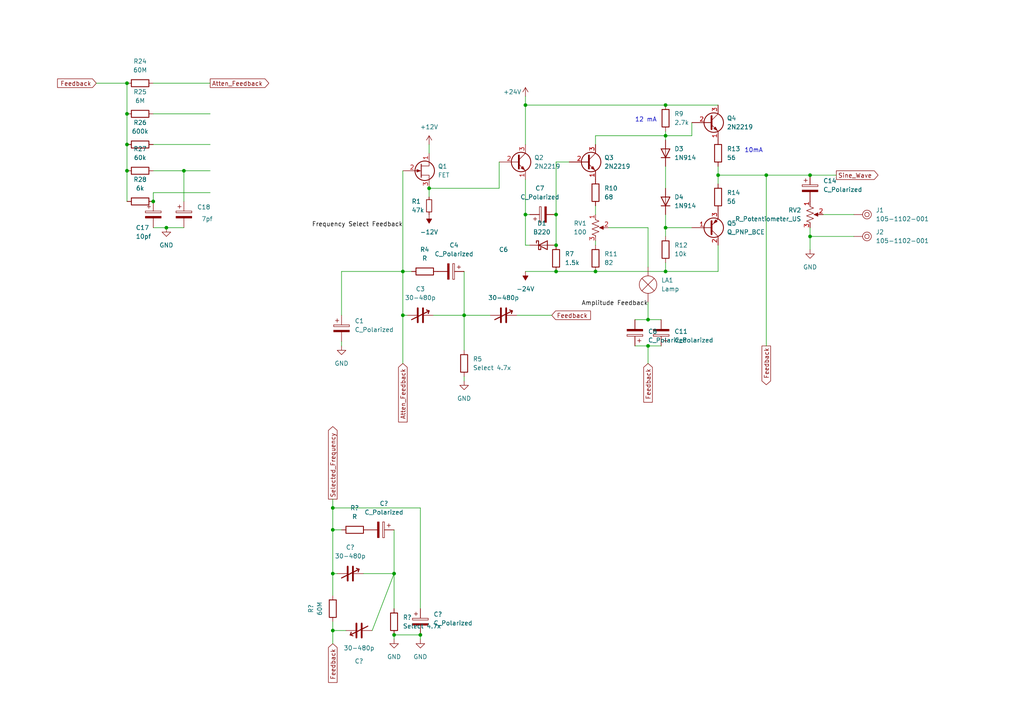
<source format=kicad_sch>
(kicad_sch (version 20230121) (generator eeschema)
  (paper "A4")
  (lib_symbols
    (symbol "Device:C_Polarized" (pin_numbers hide) (pin_names (offset 0.254))
      (property "Reference" "C" (at 0.635 2.54 0))
      (property "Value" "C_Polarized" (at 0.635 -2.54 0))
      (symbol "C_Polarized_0_1"
        (rectangle (start -2.286 0.508) (end 2.286 1.016))
        (polyline (pts (xy -1.778 2.286) (xy -0.762 2.286)))
        (polyline (pts (xy -1.27 2.794) (xy -1.27 1.778)))
        (rectangle (start 2.286 -0.508) (end -2.286 -1.016) (fill (type outline)))
      )
      (symbol "C_Polarized_1_1"
        (pin passive line (at 0 3.81 270) (length 2.794) (name "~") (number "1"))
        (pin passive line (at 0 -3.81 90) (length 2.794) (name "~") (number "2"))
      )
    )
    (symbol "Device:C_Variable" (pin_numbers hide) (pin_names (offset 0.254) hide)
      (property "Reference" "C" (at 0.635 -1.905 0))
      (property "Value" "C_Variable" (at 0.635 -3.81 0))
      (symbol "C_Variable_0_1"
        (polyline (pts (xy -2.032 -0.762) (xy 2.032 -0.762)) (stroke (width 0.508)))
        (polyline (pts (xy -2.032 0.762) (xy 2.032 0.762)) (stroke (width 0.508)))
        (polyline (pts (xy 1.27 2.54) (xy -1.27 -2.54)) (stroke (width 0.3048)))
        (polyline (pts (xy 1.27 2.54) (xy 0.508 2.286)) (stroke (width 0.3048)))
        (polyline (pts (xy 1.27 2.54) (xy 1.524 1.778)) (stroke (width 0.3048)))
      )
      (symbol "C_Variable_1_1"
        (pin passive line (at 0 3.81 270) (length 3.048) (name "~") (number "1"))
        (pin passive line (at 0 -3.81 90) (length 3.048) (name "~") (number "2"))
      )
    )
    (symbol "Device:Lamp" (pin_numbers hide) (pin_names (offset 0.0254) hide)
      (property "Reference" "LA" (at 0.635 3.81 0))
      (property "Value" "Lamp" (at 0.635 -3.81 0))
      (symbol "Lamp_0_1"
        (polyline (pts (xy -1.778 1.778) (xy 1.778 -1.778)))
        (polyline (pts (xy 1.778 1.778) (xy -1.778 -1.778)))
        (circle (center 0 0) (radius 2.54))
      )
      (symbol "Lamp_1_1"
        (pin passive line (at 0 -5.08 90) (length 2.54) (name "-") (number "1"))
        (pin passive line (at 0 5.08 270) (length 2.54) (name "+") (number "2"))
      )
    )
    (symbol "Device:Q_NJFET_DGS" (pin_names (offset 0) hide)
      (property "Reference" "Q" (at 5.08 1.27 0))
      (property "Value" "Q_NJFET_DGS" (at 5.08 -1.27 0))
      (symbol "Q_NJFET_DGS_0_1"
        (polyline (pts (xy 0.254 1.905) (xy 0.254 -1.905) (xy 0.254 -1.905)) (stroke (width 0.254)))
        (polyline (pts (xy 2.54 -2.54) (xy 2.54 -1.27) (xy 0.254 -1.27)))
        (polyline (pts (xy 2.54 2.54) (xy 2.54 1.397) (xy 0.254 1.397)))
        (polyline (pts (xy 0 0) (xy -1.016 0.381) (xy -1.016 -0.381) (xy 0 0)) (fill (type outline)))
        (circle (center 1.27 0) (radius 2.8194) (stroke (width 0.254)))
      )
      (symbol "Q_NJFET_DGS_1_1"
        (pin passive line (at 2.54 5.08 270) (length 2.54) (name "D") (number "1"))
        (pin input line (at -5.08 0 0) (length 5.334) (name "G") (number "2"))
        (pin passive line (at 2.54 -5.08 90) (length 2.54) (name "S") (number "3"))
      )
    )
    (symbol "Device:Q_PNP_BCE" (pin_names (offset 0) hide)
      (property "Reference" "Q" (at 5.08 1.27 0))
      (property "Value" "Q_PNP_BCE" (at 5.08 -1.27 0))
      (symbol "Q_PNP_BCE_0_1"
        (polyline (pts (xy 0.635 0.635) (xy 2.54 2.54)))
        (polyline (pts (xy 0.635 -0.635) (xy 2.54 -2.54) (xy 2.54 -2.54)))
        (polyline (pts (xy 0.635 1.905) (xy 0.635 -1.905) (xy 0.635 -1.905)) (stroke (width 0.508)))
        (polyline (pts (xy 2.286 -1.778) (xy 1.778 -2.286) (xy 1.27 -1.27) (xy 2.286 -1.778) (xy 2.286 -1.778)) (fill (type outline)))
        (circle (center 1.27 0) (radius 2.8194) (stroke (width 0.254)))
      )
      (symbol "Q_PNP_BCE_1_1"
        (pin input line (at -5.08 0 0) (length 5.715) (name "B") (number "1"))
        (pin passive line (at 2.54 5.08 270) (length 2.54) (name "C") (number "2"))
        (pin passive line (at 2.54 -5.08 90) (length 2.54) (name "E") (number "3"))
      )
    )
    (symbol "Device:R" (pin_numbers hide) (pin_names (offset 0))
      (property "Reference" "R" (at 2.032 0 90))
      (property "Value" "R" (at 0 0 90))
      (symbol "R_0_1"
        (rectangle (start -1.016 -2.54) (end 1.016 2.54) (stroke (width 0.254)))
      )
      (symbol "R_1_1"
        (pin passive line (at 0 3.81 270) (length 1.27) (name "~") (number "1"))
        (pin passive line (at 0 -3.81 90) (length 1.27) (name "~") (number "2"))
      )
    )
    (symbol "Device:R_Potentiometer_US" (pin_names (offset 1.016) hide)
      (property "Reference" "RV" (at -4.445 0 90))
      (property "Value" "R_Potentiometer_US" (at -2.54 0 90))
      (symbol "R_Potentiometer_US_0_1"
        (polyline (pts (xy 0 -2.286) (xy 0 -2.54)))
        (polyline (pts (xy 0 2.54) (xy 0 2.286)))
        (polyline (pts (xy 2.54 0) (xy 1.524 0)))
        (polyline (pts (xy 1.143 0) (xy 2.286 0.508) (xy 2.286 -0.508) (xy 1.143 0)) (fill (type outline)))
        (polyline (pts (xy 0 -0.762) (xy 1.016 -1.143) (xy 0 -1.524) (xy -1.016 -1.905) (xy 0 -2.286)))
        (polyline (pts (xy 0 0.762) (xy 1.016 0.381) (xy 0 0) (xy -1.016 -0.381) (xy 0 -0.762)))
        (polyline (pts (xy 0 2.286) (xy 1.016 1.905) (xy 0 1.524) (xy -1.016 1.143) (xy 0 0.762)))
      )
      (symbol "R_Potentiometer_US_1_1"
        (pin passive line (at 0 3.81 270) (length 1.27) (name "1") (number "1"))
        (pin passive line (at 3.81 0 180) (length 1.27) (name "2") (number "2"))
        (pin passive line (at 0 -3.81 90) (length 1.27) (name "3") (number "3"))
      )
    )
    (symbol "Device:R_Small" (pin_numbers hide) (pin_names (offset 0.254) hide)
      (property "Reference" "R" (at 0.762 0.508 0))
      (property "Value" "R_Small" (at 0.762 -1.016 0))
      (symbol "R_Small_0_1"
        (rectangle (start -0.762 1.778) (end 0.762 -1.778) (stroke (width 0.2032)))
      )
      (symbol "R_Small_1_1"
        (pin passive line (at 0 2.54 270) (length 0.762) (name "~") (number "1"))
        (pin passive line (at 0 -2.54 90) (length 0.762) (name "~") (number "2"))
      )
    )
    (symbol "Diode:1N914" (pin_numbers hide) (pin_names hide)
      (property "Reference" "D" (at 0 2.54 0))
      (property "Value" "1N914" (at 0 -2.54 0))
      (symbol "1N914_0_1"
        (polyline (pts (xy -1.27 1.27) (xy -1.27 -1.27)) (stroke (width 0.254)))
        (polyline (pts (xy 1.27 0) (xy -1.27 0)))
        (polyline (pts (xy 1.27 1.27) (xy 1.27 -1.27) (xy -1.27 0) (xy 1.27 1.27)) (stroke (width 0.254)))
      )
      (symbol "1N914_1_1"
        (pin passive line (at -3.81 0 0) (length 2.54) (name "K") (number "1"))
        (pin passive line (at 3.81 0 180) (length 2.54) (name "A") (number "2"))
      )
    )
    (symbol "Diode:B220" (pin_numbers hide) (pin_names (offset 1.016) hide)
      (property "Reference" "D" (at 0 2.54 0))
      (property "Value" "B220" (at 0 -2.54 0))
      (symbol "B220_0_1"
        (polyline (pts (xy 1.27 0) (xy -1.27 0)))
        (polyline (pts (xy 1.27 1.27) (xy 1.27 -1.27) (xy -1.27 0) (xy 1.27 1.27)) (stroke (width 0.254)))
        (polyline (pts (xy -1.905 0.635) (xy -1.905 1.27) (xy -1.27 1.27) (xy -1.27 -1.27) (xy -0.635 -1.27) (xy -0.635 -0.635)) (stroke (width 0.254)))
      )
      (symbol "B220_1_1"
        (pin passive line (at -3.81 0 0) (length 2.54) (name "K") (number "1"))
        (pin passive line (at 3.81 0 180) (length 2.54) (name "A") (number "2"))
      )
    )
    (symbol "Transistor_BJT:2N2219" (pin_names (offset 0) hide)
      (property "Reference" "Q" (at 5.08 1.905 0))
      (property "Value" "2N2219" (at 5.08 0 0))
      (symbol "2N2219_0_1"
        (polyline (pts (xy 0.635 0.635) (xy 2.54 2.54)))
        (polyline (pts (xy 0.635 -0.635) (xy 2.54 -2.54) (xy 2.54 -2.54)))
        (polyline (pts (xy 0.635 1.905) (xy 0.635 -1.905) (xy 0.635 -1.905)) (stroke (width 0.508)))
        (polyline (pts (xy 1.27 -1.778) (xy 1.778 -1.27) (xy 2.286 -2.286) (xy 1.27 -1.778) (xy 1.27 -1.778)) (fill (type outline)))
        (circle (center 1.27 0) (radius 2.8194) (stroke (width 0.254)))
      )
      (symbol "2N2219_1_1"
        (pin passive line (at 2.54 -5.08 90) (length 2.54) (name "E") (number "1"))
        (pin passive line (at -5.08 0 0) (length 5.715) (name "B") (number "2"))
        (pin passive line (at 2.54 5.08 270) (length 2.54) (name "C") (number "3"))
      )
    )
    (symbol "dk_Banana-and-Tip-Connectors-Jacks-Plugs:105-1102-001" (pin_numbers hide) (pin_names (offset 1.016) hide)
      (property "Reference" "J" (at -1.27 1.27 0))
      (property "Value" "105-1102-001" (at 1.27 -2.54 0))
      (symbol "105-1102-001_0_1"
        (circle (center 0 0) (radius 1.27))
      )
      (symbol "105-1102-001_1_1"
        (circle (center 0 0) (radius 0.635))
        (pin passive line (at 0 -3.81 90) (length 2.54) (name "~") (number "1"))
      )
    )
    (symbol "power:+12V" (power) (pin_names (offset 0))
      (property "Value" "+12V" (at 0 3.556 0))
      (symbol "+12V_0_1"
        (polyline (pts (xy -0.762 1.27) (xy 0 2.54)))
        (polyline (pts (xy 0 0) (xy 0 2.54)))
        (polyline (pts (xy 0 2.54) (xy 0.762 1.27)))
      )
      (symbol "+12V_1_1"
        (pin power_in line (at 0 0 90) (length 0) hide (name "+12V") (number "1"))
      )
    )
    (symbol "power:+24V" (power) (pin_names (offset 0))
      (property "Value" "+24V" (at 0 3.556 0))
      (symbol "+24V_0_1"
        (polyline (pts (xy -0.762 1.27) (xy 0 2.54)))
        (polyline (pts (xy 0 0) (xy 0 2.54)))
        (polyline (pts (xy 0 2.54) (xy 0.762 1.27)))
      )
      (symbol "+24V_1_1"
        (pin power_in line (at 0 0 90) (length 0) hide (name "+24V") (number "1"))
      )
    )
    (symbol "power:-12V" (power) (pin_names (offset 0))
      (property "Value" "-12V" (at 0 3.81 0))
      (symbol "-12V_0_0"
        (pin power_in line (at 0 0 90) (length 0) hide (name "-12V") (number "1"))
      )
      (symbol "-12V_0_1"
        (polyline (pts (xy 0 0) (xy 0 1.27) (xy 0.762 1.27) (xy 0 2.54) (xy -0.762 1.27) (xy 0 1.27)) (fill (type outline)))
      )
    )
    (symbol "power:-24V" (power) (pin_names (offset 0))
      (property "Value" "-24V" (at 0 3.81 0))
      (symbol "-24V_0_0"
        (pin power_in line (at 0 0 90) (length 0) hide (name "-24V") (number "1"))
      )
      (symbol "-24V_0_1"
        (polyline (pts (xy 0 0) (xy 0 1.27) (xy 0.762 1.27) (xy 0 2.54) (xy -0.762 1.27) (xy 0 1.27)) (fill (type outline)))
      )
    )
    (symbol "power:GND" (power) (pin_names (offset 0))
      (property "Value" "GND" (at 0 -3.81 0))
      (symbol "GND_0_1"
        (polyline (pts (xy 0 0) (xy 0 -1.27) (xy 1.27 -1.27) (xy 0 -2.54) (xy -1.27 -1.27) (xy 0 -1.27)))
      )
      (symbol "GND_1_1"
        (pin power_in line (at 0 0 270) (length 0) hide (name "GND") (number "1"))
      )
    )
  )
  (junction (at 96.52 153.67))
  (junction (at 187.96 92.71))
  (junction (at 222.25 50.8))
  (junction (at 114.3 166.37))
  (junction (at 116.84 91.44))
  (junction (at 36.83 41.91))
  (junction (at 234.95 50.8))
  (junction (at 44.45 58.42))
  (junction (at 161.29 71.12))
  (junction (at 96.52 182.88))
  (junction (at 36.83 33.02))
  (junction (at 193.04 39.37))
  (junction (at 152.4 30.48))
  (junction (at 96.52 166.37))
  (junction (at 193.04 66.04))
  (junction (at 36.83 49.53))
  (junction (at 53.34 49.53))
  (junction (at 134.62 91.44))
  (junction (at 116.84 78.74))
  (junction (at 152.4 62.23))
  (junction (at 208.28 50.8))
  (junction (at 124.46 54.61))
  (junction (at 96.52 147.32))
  (junction (at 48.26 66.04))
  (junction (at 193.04 78.74))
  (junction (at 36.83 24.13))
  (junction (at 121.92 184.15))
  (junction (at 161.29 62.23))
  (junction (at 187.96 100.33))
  (junction (at 161.29 78.74))
  (junction (at 172.72 78.74))
  (junction (at 234.95 68.58))
  (junction (at 193.04 30.48))
  (junction (at 114.3 184.15))
  (wire (pts (xy 144.78 46.99) (xy 144.78 54.61)))
  (wire (pts (xy 200.66 35.56) (xy 200.66 39.37)))
  (wire (pts (xy 152.4 62.23) (xy 153.67 62.23)))
  (wire (pts (xy 36.83 41.91) (xy 36.83 49.53)))
  (wire (pts (xy 247.65 68.58) (xy 234.95 68.58)))
  (wire (pts (xy 36.83 24.13) (xy 36.83 33.02)))
  (wire (pts (xy 193.04 39.37) (xy 172.72 39.37)))
  (wire (pts (xy 53.34 49.53) (xy 60.96 49.53)))
  (wire (pts (xy 152.4 27.94) (xy 152.4 30.48)))
  (wire (pts (xy 53.34 49.53) (xy 53.34 58.42)))
  (wire (pts (xy 27.94 24.13) (xy 36.83 24.13)))
  (wire (pts (xy 116.84 49.53) (xy 116.84 78.74)))
  (wire (pts (xy 184.15 92.71) (xy 187.96 92.71)))
  (wire (pts (xy 96.52 182.88) (xy 96.52 180.34)))
  (wire (pts (xy 116.84 78.74) (xy 116.84 91.44)))
  (wire (pts (xy 187.96 87.63) (xy 187.96 92.71)))
  (wire (pts (xy 187.96 100.33) (xy 184.15 100.33)))
  (wire (pts (xy 44.45 66.04) (xy 48.26 66.04)))
  (wire (pts (xy 142.24 91.44) (xy 134.62 91.44)))
  (wire (pts (xy 193.04 62.23) (xy 193.04 66.04)))
  (wire (pts (xy 99.06 78.74) (xy 116.84 78.74)))
  (wire (pts (xy 114.3 166.37) (xy 114.3 176.53)))
  (wire (pts (xy 176.53 66.04) (xy 187.96 66.04)))
  (wire (pts (xy 193.04 54.61) (xy 193.04 48.26)))
  (wire (pts (xy 193.04 66.04) (xy 200.66 66.04)))
  (wire (pts (xy 172.72 39.37) (xy 172.72 41.91)))
  (wire (pts (xy 96.52 153.67) (xy 96.52 166.37)))
  (wire (pts (xy 172.72 69.85) (xy 172.72 71.12)))
  (wire (pts (xy 234.95 72.39) (xy 234.95 68.58)))
  (wire (pts (xy 114.3 166.37) (xy 105.41 166.37)))
  (wire (pts (xy 96.52 182.88) (xy 100.33 182.88)))
  (wire (pts (xy 114.3 184.15) (xy 121.92 184.15)))
  (wire (pts (xy 222.25 50.8) (xy 222.25 100.33)))
  (wire (pts (xy 222.25 50.8) (xy 234.95 50.8)))
  (wire (pts (xy 161.29 46.99) (xy 161.29 62.23)))
  (wire (pts (xy 107.95 182.88) (xy 114.3 166.37)))
  (wire (pts (xy 152.4 30.48) (xy 193.04 30.48)))
  (wire (pts (xy 152.4 62.23) (xy 152.4 52.07)))
  (wire (pts (xy 96.52 186.69) (xy 96.52 182.88)))
  (wire (pts (xy 97.79 166.37) (xy 96.52 166.37)))
  (wire (pts (xy 187.96 100.33) (xy 187.96 105.41)))
  (wire (pts (xy 134.62 91.44) (xy 134.62 101.6)))
  (wire (pts (xy 114.3 185.42) (xy 114.3 184.15)))
  (wire (pts (xy 149.86 91.44) (xy 160.02 91.44)))
  (wire (pts (xy 36.83 49.53) (xy 36.83 58.42)))
  (wire (pts (xy 114.3 153.67) (xy 114.3 166.37)))
  (wire (pts (xy 99.06 99.06) (xy 99.06 100.33)))
  (wire (pts (xy 208.28 50.8) (xy 222.25 50.8)))
  (wire (pts (xy 193.04 38.1) (xy 193.04 39.37)))
  (wire (pts (xy 121.92 147.32) (xy 121.92 176.53)))
  (wire (pts (xy 96.52 144.78) (xy 96.52 147.32)))
  (wire (pts (xy 161.29 78.74) (xy 172.72 78.74)))
  (wire (pts (xy 187.96 77.47) (xy 187.96 66.04)))
  (wire (pts (xy 44.45 58.42) (xy 44.45 55.88)))
  (wire (pts (xy 193.04 68.58) (xy 193.04 66.04)))
  (wire (pts (xy 172.72 78.74) (xy 193.04 78.74)))
  (wire (pts (xy 99.06 78.74) (xy 99.06 91.44)))
  (wire (pts (xy 121.92 184.15) (xy 121.92 185.42)))
  (wire (pts (xy 152.4 62.23) (xy 152.4 71.12)))
  (wire (pts (xy 193.04 30.48) (xy 208.28 30.48)))
  (wire (pts (xy 200.66 39.37) (xy 193.04 39.37)))
  (wire (pts (xy 134.62 91.44) (xy 125.73 91.44)))
  (wire (pts (xy 234.95 50.8) (xy 242.57 50.8)))
  (wire (pts (xy 191.77 100.33) (xy 187.96 100.33)))
  (wire (pts (xy 124.46 54.61) (xy 124.46 57.15)))
  (wire (pts (xy 96.52 147.32) (xy 121.92 147.32)))
  (wire (pts (xy 96.52 147.32) (xy 96.52 153.67)))
  (wire (pts (xy 36.83 33.02) (xy 36.83 41.91)))
  (wire (pts (xy 118.11 91.44) (xy 116.84 91.44)))
  (wire (pts (xy 152.4 41.91) (xy 152.4 30.48)))
  (wire (pts (xy 234.95 68.58) (xy 234.95 66.04)))
  (wire (pts (xy 44.45 41.91) (xy 60.96 41.91)))
  (wire (pts (xy 44.45 49.53) (xy 53.34 49.53)))
  (wire (pts (xy 208.28 48.26) (xy 208.28 50.8)))
  (wire (pts (xy 187.96 92.71) (xy 191.77 92.71)))
  (wire (pts (xy 193.04 76.2) (xy 193.04 78.74)))
  (wire (pts (xy 121.92 182.88) (xy 121.92 184.15)))
  (wire (pts (xy 247.65 62.23) (xy 238.76 62.23)))
  (wire (pts (xy 44.45 24.13) (xy 60.96 24.13)))
  (wire (pts (xy 48.26 66.04) (xy 53.34 66.04)))
  (wire (pts (xy 44.45 33.02) (xy 60.96 33.02)))
  (wire (pts (xy 208.28 71.12) (xy 208.28 78.74)))
  (wire (pts (xy 152.4 78.74) (xy 161.29 78.74)))
  (wire (pts (xy 116.84 78.74) (xy 119.38 78.74)))
  (wire (pts (xy 172.72 59.69) (xy 172.72 62.23)))
  (wire (pts (xy 165.1 46.99) (xy 161.29 46.99)))
  (wire (pts (xy 116.84 105.41) (xy 116.84 91.44)))
  (wire (pts (xy 134.62 78.74) (xy 134.62 91.44)))
  (wire (pts (xy 193.04 40.64) (xy 193.04 39.37)))
  (wire (pts (xy 134.62 110.49) (xy 134.62 109.22)))
  (wire (pts (xy 96.52 172.72) (xy 96.52 166.37)))
  (wire (pts (xy 144.78 54.61) (xy 124.46 54.61)))
  (wire (pts (xy 96.52 153.67) (xy 99.06 153.67)))
  (wire (pts (xy 193.04 78.74) (xy 208.28 78.74)))
  (wire (pts (xy 161.29 62.23) (xy 161.29 71.12)))
  (wire (pts (xy 44.45 55.88) (xy 60.96 55.88)))
  (wire (pts (xy 124.46 41.91) (xy 124.46 44.45)))
  (wire (pts (xy 208.28 50.8) (xy 208.28 53.34)))
  (wire (pts (xy 152.4 71.12) (xy 153.67 71.12)))
  (text "10mA" (at 215.9 44.45 0) (effects (font (size 1.27 1.27)) (justify left bottom)))
  (text "12 mA" (at 184.15 35.56 0) (effects (font (size 1.27 1.27)) (justify left bottom)))
  (label "Amplitude Feedback" (at 187.96 88.9 180))
  (label "Frequency Select Feedback" (at 116.84 66.04 180))
  (global_label "Atten_Feedback" (shape input) (at 116.84 105.41 270) (property "Intersheetrefs" "${INTERSHEET_REFS}" (effects hide)))
  (global_label "Selected_Frequency" (shape output) (at 96.52 144.78 90) (property "Intersheetrefs" "${INTERSHEET_REFS}" (effects hide)))
  (global_label "Atten_Feedback" (shape output) (at 60.96 24.13 0) (property "Intersheetrefs" "${INTERSHEET_REFS}" (effects hide)))
  (global_label "Feedback" (shape input) (at 96.52 186.69 270) (property "Intersheetrefs" "${INTERSHEET_REFS}" (effects hide)))
  (global_label "Sine_Wave" (shape output) (at 242.57 50.8 0) (property "Intersheetrefs" "${INTERSHEET_REFS}" (effects hide)))
  (global_label "Feedback" (shape input) (at 27.94 24.13 180) (property "Intersheetrefs" "${INTERSHEET_REFS}" (effects hide)))
  (global_label "Feedback" (shape input) (at 160.02 91.44 0) (property "Intersheetrefs" "${INTERSHEET_REFS}" (effects hide)))
  (global_label "Feedback" (shape output) (at 222.25 100.33 270) (property "Intersheetrefs" "${INTERSHEET_REFS}" (effects hide)))
  (global_label "Feedback" (shape input) (at 187.96 105.41 270) (property "Intersheetrefs" "${INTERSHEET_REFS}" (effects hide)))
  (symbol (lib_id "power:GND") (at 114.3 185.42 0) (unit 1)
    (property "Reference" "#PWR?" (effects hide))
    (property "Value" "GND" (at 114.3 190.5 0))
  )
  (symbol (lib_id "Device:R") (at 123.19 78.74 90) (unit 1)
    (property "Reference" "R4" (at 123.19 72.39 90))
    (property "Value" "R" (at 123.19 74.93 90))
  )
  (symbol (lib_id "Device:R") (at 40.64 24.13 90) (unit 1)
    (property "Reference" "R24" (at 40.64 17.78 90))
    (property "Value" "60M" (at 40.64 20.32 90))
  )
  (symbol (lib_id "Device:C_Polarized") (at 184.15 96.52 180) (unit 1)
    (property "Reference" "C8" (at 187.96 96.1389 0) (effects (justify right)))
    (property "Value" "C_Polarized" (at 187.96 98.6789 0) (effects (justify right)))
  )
  (symbol (lib_id "dk_Banana-and-Tip-Connectors-Jacks-Plugs:105-1102-001") (at 251.46 62.23 270) (unit 1)
    (property "Reference" "J1" (at 254 60.9599 90) (effects (justify left)))
    (property "Value" "105-1102-001" (at 254 63.4999 90) (effects (justify left)))
    (property "Footprint" "digikey-footprints:Test_Jack_Horiz" (effects hide))
    (property "Datasheet" "https://belfuse.com/resources/Johnson/drawings/dr-1051101001.pdf" (effects hide))
    (property "Digi-Key_PN" "J576-ND" (effects hide))
    (property "MPN" "105-1102-001" (effects hide))
    (property "Category" "Connectors, Interconnects" (effects hide))
    (property "Family" "Banana and Tip Connectors - Jacks, Plugs" (effects hide))
    (property "DK_Datasheet_Link" "https://belfuse.com/resources/Johnson/drawings/dr-1051101001.pdf" (effects hide))
    (property "DK_Detail_Page" "/product-detail/en/cinch-connectivity-solutions-johnson/105-1102-001/J576-ND/241121" (effects hide))
    (property "Description" "CONN TIP JACK SOLDER RED" (effects hide))
    (property "Manufacturer" "Cinch Connectivity Solutions Johnson" (effects hide))
    (property "Status" "Active" (effects hide))
  )
  (symbol (lib_id "Device:R") (at 40.64 58.42 90) (unit 1)
    (property "Reference" "R28" (at 40.64 52.07 90))
    (property "Value" "6k" (at 40.64 54.61 90))
  )
  (symbol (lib_id "Device:R") (at 208.28 57.15 0) (unit 1)
    (property "Reference" "R14" (at 210.82 55.8799 0) (effects (justify left)))
    (property "Value" "56" (at 210.82 58.4199 0) (effects (justify left)))
  )
  (symbol (lib_id "dk_Banana-and-Tip-Connectors-Jacks-Plugs:105-1102-001") (at 251.46 68.58 270) (unit 1)
    (property "Reference" "J2" (at 254 67.3099 90) (effects (justify left)))
    (property "Value" "105-1102-001" (at 254 69.8499 90) (effects (justify left)))
    (property "Footprint" "digikey-footprints:Test_Jack_Horiz" (effects hide))
    (property "Datasheet" "https://belfuse.com/resources/Johnson/drawings/dr-1051101001.pdf" (effects hide))
    (property "Digi-Key_PN" "J576-ND" (effects hide))
    (property "MPN" "105-1102-001" (effects hide))
    (property "Category" "Connectors, Interconnects" (effects hide))
    (property "Family" "Banana and Tip Connectors - Jacks, Plugs" (effects hide))
    (property "DK_Datasheet_Link" "https://belfuse.com/resources/Johnson/drawings/dr-1051101001.pdf" (effects hide))
    (property "DK_Detail_Page" "/product-detail/en/cinch-connectivity-solutions-johnson/105-1102-001/J576-ND/241121" (effects hide))
    (property "Description" "CONN TIP JACK SOLDER RED" (effects hide))
    (property "Manufacturer" "Cinch Connectivity Solutions Johnson" (effects hide))
    (property "Status" "Active" (effects hide))
  )
  (symbol (lib_id "power:-12V") (at 124.46 62.23 180) (unit 1)
    (property "Reference" "#PWR012" (effects hide))
    (property "Value" "-12V" (at 124.46 67.31 0))
  )
  (symbol (lib_id "Device:R_Small") (at 124.46 59.69 0) (unit 1)
    (property "Reference" "R1" (at 119.38 58.42 0) (effects (justify left)))
    (property "Value" "47k" (at 119.38 60.96 0) (effects (justify left)))
  )
  (symbol (lib_id "Transistor_BJT:2N2219") (at 149.86 46.99 0) (unit 1)
    (property "Reference" "Q2" (at 154.94 45.7199 0) (effects (justify left)))
    (property "Value" "2N2219" (at 154.94 48.2599 0) (effects (justify left)))
    (property "Footprint" "Package_TO_SOT_THT:TO-39-3" (effects hide))
    (property "Datasheet" "http://www.onsemi.com/pub_link/Collateral/2N2219-D.PDF" (effects hide))
  )
  (symbol (lib_id "Device:R") (at 114.3 180.34 180) (unit 1)
    (property "Reference" "R?" (at 116.84 179.0699 0) (effects (justify right)))
    (property "Value" "Select 4.7x" (at 116.84 181.6099 0) (effects (justify right)))
  )
  (symbol (lib_id "Device:R") (at 134.62 105.41 180) (unit 1)
    (property "Reference" "R5" (at 137.16 104.1399 0) (effects (justify right)))
    (property "Value" "Select 4.7x" (at 137.16 106.6799 0) (effects (justify right)))
  )
  (symbol (lib_id "Device:C_Polarized") (at 121.92 180.34 0) (unit 1)
    (property "Reference" "C?" (at 125.73 178.1809 0) (effects (justify left)))
    (property "Value" "C_Polarized" (at 125.73 180.7209 0) (effects (justify left)))
  )
  (symbol (lib_id "Device:R") (at 96.52 176.53 180) (unit 1)
    (property "Reference" "R?" (at 90.17 176.53 90))
    (property "Value" "60M" (at 92.71 176.53 90))
  )
  (symbol (lib_id "Device:C_Variable") (at 101.6 166.37 270) (mirror x) (unit 1)
    (property "Reference" "C?" (at 101.6 158.75 90))
    (property "Value" "30-480p" (at 101.6 161.29 90))
  )
  (symbol (lib_id "Device:R") (at 193.04 34.29 0) (unit 1)
    (property "Reference" "R9" (at 195.58 33.0199 0) (effects (justify left)))
    (property "Value" "2.7k" (at 195.58 35.5599 0) (effects (justify left)))
  )
  (symbol (lib_id "power:GND") (at 99.06 100.33 0) (unit 1)
    (property "Reference" "#PWR01" (effects hide))
    (property "Value" "GND" (at 99.06 105.41 0))
  )
  (symbol (lib_id "Device:C_Polarized") (at 191.77 96.52 180) (unit 1)
    (property "Reference" "C11" (at 195.58 96.1389 0) (effects (justify right)))
    (property "Value" "C_Polarized" (at 195.58 98.6789 0) (effects (justify right)))
  )
  (symbol (lib_id "Device:C_Variable") (at 121.92 91.44 270) (mirror x) (unit 1)
    (property "Reference" "C3" (at 121.92 83.82 90))
    (property "Value" "30-480p" (at 121.92 86.36 90))
  )
  (symbol (lib_id "Device:Q_PNP_BCE") (at 205.74 66.04 0) (mirror x) (unit 1)
    (property "Reference" "Q5" (at 210.82 64.7699 0) (effects (justify left)))
    (property "Value" "Q_PNP_BCE" (at 210.82 67.3099 0) (effects (justify left)))
  )
  (symbol (lib_id "Device:R_Potentiometer_US") (at 234.95 62.23 0) (unit 1)
    (property "Reference" "RV2" (at 232.41 60.9599 0) (effects (justify right)))
    (property "Value" "R_Potentiometer_US" (at 232.41 63.4999 0) (effects (justify right)))
  )
  (symbol (lib_id "Diode:B220") (at 157.48 71.12 0) (unit 1)
    (property "Reference" "D1" (at 157.1625 64.77 0))
    (property "Value" "B220" (at 157.1625 67.31 0))
    (property "Footprint" "Diode_SMD:D_SMB" (effects hide))
    (property "Datasheet" "http://www.jameco.com/Jameco/Products/ProdDS/1538777.pdf" (effects hide))
  )
  (symbol (lib_id "Device:C_Polarized") (at 157.48 62.23 90) (unit 1)
    (property "Reference" "C7" (at 156.591 54.61 90))
    (property "Value" "C_Polarized" (at 156.591 57.15 90))
  )
  (symbol (lib_id "Diode:1N914") (at 193.04 58.42 90) (unit 1)
    (property "Reference" "D4" (at 195.58 57.1499 90) (effects (justify right)))
    (property "Value" "1N914" (at 195.58 59.6899 90) (effects (justify right)))
    (property "Footprint" "Diode_THT:D_DO-35_SOD27_P7.62mm_Horizontal" (effects hide))
    (property "Datasheet" "http://www.vishay.com/docs/85622/1n914.pdf" (effects hide))
  )
  (symbol (lib_id "power:GND") (at 121.92 185.42 0) (unit 1)
    (property "Reference" "#PWR?" (effects hide))
    (property "Value" "GND" (at 121.92 190.5 0))
  )
  (symbol (lib_id "Device:C_Polarized") (at 99.06 95.25 0) (unit 1)
    (property "Reference" "C1" (at 102.87 93.0909 0) (effects (justify left)))
    (property "Value" "C_Polarized" (at 102.87 95.6309 0) (effects (justify left)))
  )
  (symbol (lib_id "Device:C_Polarized") (at 130.81 78.74 270) (unit 1)
    (property "Reference" "C4" (at 131.699 71.12 90))
    (property "Value" "C_Polarized" (at 131.699 73.66 90))
  )
  (symbol (lib_id "Device:C_Polarized") (at 44.45 62.23 0) (unit 1)
    (property "Reference" "C17" (at 39.37 66.04 0) (effects (justify left)))
    (property "Value" "10pf" (at 39.37 68.58 0) (effects (justify left)))
  )
  (symbol (lib_id "Device:C_Variable") (at 104.14 182.88 90) (mirror x) (unit 1)
    (property "Reference" "C?" (at 104.14 191.77 90))
    (property "Value" "30-480p" (at 104.14 187.96 90))
  )
  (symbol (lib_id "Transistor_BJT:2N2219") (at 205.74 35.56 0) (unit 1)
    (property "Reference" "Q4" (at 210.82 34.2899 0) (effects (justify left)))
    (property "Value" "2N2219" (at 210.82 36.8299 0) (effects (justify left)))
    (property "Footprint" "Package_TO_SOT_THT:TO-39-3" (effects hide))
    (property "Datasheet" "http://www.onsemi.com/pub_link/Collateral/2N2219-D.PDF" (effects hide))
  )
  (symbol (lib_id "Device:R") (at 161.29 74.93 0) (unit 1)
    (property "Reference" "R7" (at 163.83 73.66 0) (effects (justify left)))
    (property "Value" "1.5k" (at 163.83 76.2 0) (effects (justify left)))
  )
  (symbol (lib_id "Device:R") (at 40.64 33.02 90) (unit 1)
    (property "Reference" "R25" (at 40.64 26.67 90))
    (property "Value" "6M" (at 40.64 29.21 90))
  )
  (symbol (lib_id "power:GND") (at 134.62 110.49 0) (unit 1)
    (property "Reference" "#PWR05" (effects hide))
    (property "Value" "GND" (at 134.62 115.57 0))
  )
  (symbol (lib_id "Device:R") (at 172.72 55.88 0) (unit 1)
    (property "Reference" "R10" (at 175.26 54.6099 0) (effects (justify left)))
    (property "Value" "68" (at 175.26 57.1499 0) (effects (justify left)))
  )
  (symbol (lib_id "Device:R_Potentiometer_US") (at 172.72 66.04 0) (unit 1)
    (property "Reference" "RV1" (at 170.18 64.7699 0) (effects (justify right)))
    (property "Value" "100" (at 170.18 67.3099 0) (effects (justify right)))
  )
  (symbol (lib_id "Device:C_Polarized") (at 110.49 153.67 270) (unit 1)
    (property "Reference" "C?" (at 111.379 146.05 90))
    (property "Value" "C_Polarized" (at 111.379 148.59 90))
  )
  (symbol (lib_id "power:+12V") (at 124.46 41.91 0) (unit 1)
    (property "Reference" "#PWR011" (effects hide))
    (property "Value" "+12V" (at 124.46 36.83 0))
  )
  (symbol (lib_id "Device:C_Polarized") (at 53.34 62.23 0) (unit 1)
    (property "Reference" "C18" (at 57.15 60.0709 0) (effects (justify left)))
    (property "Value" "7pf" (at 58.42 63.5 0) (effects (justify left)))
  )
  (symbol (lib_id "Device:Q_NJFET_DGS") (at 121.92 49.53 0) (unit 1)
    (property "Reference" "Q1" (at 127 48.2599 0) (effects (justify left)))
    (property "Value" "FET" (at 127 50.7999 0) (effects (justify left)))
  )
  (symbol (lib_id "power:GND") (at 234.95 72.39 0) (unit 1)
    (property "Reference" "#PWR07" (effects hide))
    (property "Value" "GND" (at 234.95 77.47 0))
  )
  (symbol (lib_id "power:GND") (at 48.26 66.04 0) (unit 1)
    (property "Reference" "#PWR06" (effects hide))
    (property "Value" "GND" (at 48.26 71.12 0))
  )
  (symbol (lib_id "Device:R") (at 40.64 41.91 90) (unit 1)
    (property "Reference" "R26" (at 40.64 35.56 90))
    (property "Value" "600k" (at 40.64 38.1 90))
  )
  (symbol (lib_id "Diode:1N914") (at 193.04 44.45 90) (unit 1)
    (property "Reference" "D3" (at 195.58 43.1799 90) (effects (justify right)))
    (property "Value" "1N914" (at 195.58 45.7199 90) (effects (justify right)))
    (property "Footprint" "Diode_THT:D_DO-35_SOD27_P7.62mm_Horizontal" (effects hide))
    (property "Datasheet" "http://www.vishay.com/docs/85622/1n914.pdf" (effects hide))
  )
  (symbol (lib_id "power:-24V") (at 152.4 78.74 180) (unit 1)
    (property "Reference" "#PWR02" (effects hide))
    (property "Value" "-24V" (at 152.4 83.82 0))
  )
  (symbol (lib_id "Device:R") (at 102.87 153.67 90) (unit 1)
    (property "Reference" "R?" (at 102.87 147.32 90))
    (property "Value" "R" (at 102.87 149.86 90))
  )
  (symbol (lib_id "Device:R") (at 172.72 74.93 0) (unit 1)
    (property "Reference" "R11" (at 175.26 73.6599 0) (effects (justify left)))
    (property "Value" "82" (at 175.26 76.1999 0) (effects (justify left)))
  )
  (symbol (lib_id "power:+24V") (at 152.4 27.94 0) (unit 1)
    (property "Reference" "#PWR03" (effects hide))
    (property "Value" "+24V" (at 148.59 26.67 0))
  )
  (symbol (lib_id "Device:C_Polarized") (at 234.95 54.61 0) (unit 1)
    (property "Reference" "C14" (at 238.76 52.4509 0) (effects (justify left)))
    (property "Value" "C_Polarized" (at 238.76 54.9909 0) (effects (justify left)))
  )
  (symbol (lib_id "Device:Lamp") (at 187.96 82.55 180) (unit 1)
    (property "Reference" "LA1" (at 191.77 81.2799 0) (effects (justify right)))
    (property "Value" "Lamp" (at 191.77 83.8199 0) (effects (justify right)))
  )
  (symbol (lib_id "Device:R") (at 193.04 72.39 0) (unit 1)
    (property "Reference" "R12" (at 195.58 71.1199 0) (effects (justify left)))
    (property "Value" "10k" (at 195.58 73.6599 0) (effects (justify left)))
  )
  (symbol (lib_id "Device:C_Variable") (at 146.05 91.44 270) (mirror x) (unit 1)
    (property "Reference" "C6" (at 146.05 72.39 90))
    (property "Value" "30-480p" (at 146.05 86.36 90))
  )
  (symbol (lib_id "Transistor_BJT:2N2219") (at 170.18 46.99 0) (unit 1)
    (property "Reference" "Q3" (at 175.26 45.7199 0) (effects (justify left)))
    (property "Value" "2N2219" (at 175.26 48.2599 0) (effects (justify left)))
    (property "Footprint" "Package_TO_SOT_THT:TO-39-3" (effects hide))
    (property "Datasheet" "http://www.onsemi.com/pub_link/Collateral/2N2219-D.PDF" (effects hide))
  )
  (symbol (lib_id "Device:R") (at 208.28 44.45 0) (unit 1)
    (property "Reference" "R13" (at 210.82 43.1799 0) (effects (justify left)))
    (property "Value" "56" (at 210.82 45.7199 0) (effects (justify left)))
  )
  (symbol (lib_id "Device:R") (at 40.64 49.53 90) (unit 1)
    (property "Reference" "R27" (at 40.64 43.18 90))
    (property "Value" "60k" (at 40.64 45.72 90))
  )
  (sheet (at 0 215.9) (size 295.91 182.88) (stroke (width 0.1524))
    (property "Sheetname" "Power" (at 0 215.1884 0) (effects (justify left bottom)))
    (property "Sheetfile" "power.kicad_sch" (at 0 399.3646 0) (effects (justify left top)))
  )
  (sheet (at 0 407.67) (size 295.91 180.34) (stroke (width 0.1524))
    (property "Sheetname" "Square Wave" (at 0 406.9584 0) (effects (justify left bottom)))
    (property "Sheetfile" "square.kicad_sch" (at 0 588.5946 0) (effects (justify left top)))
  )
)
</source>
